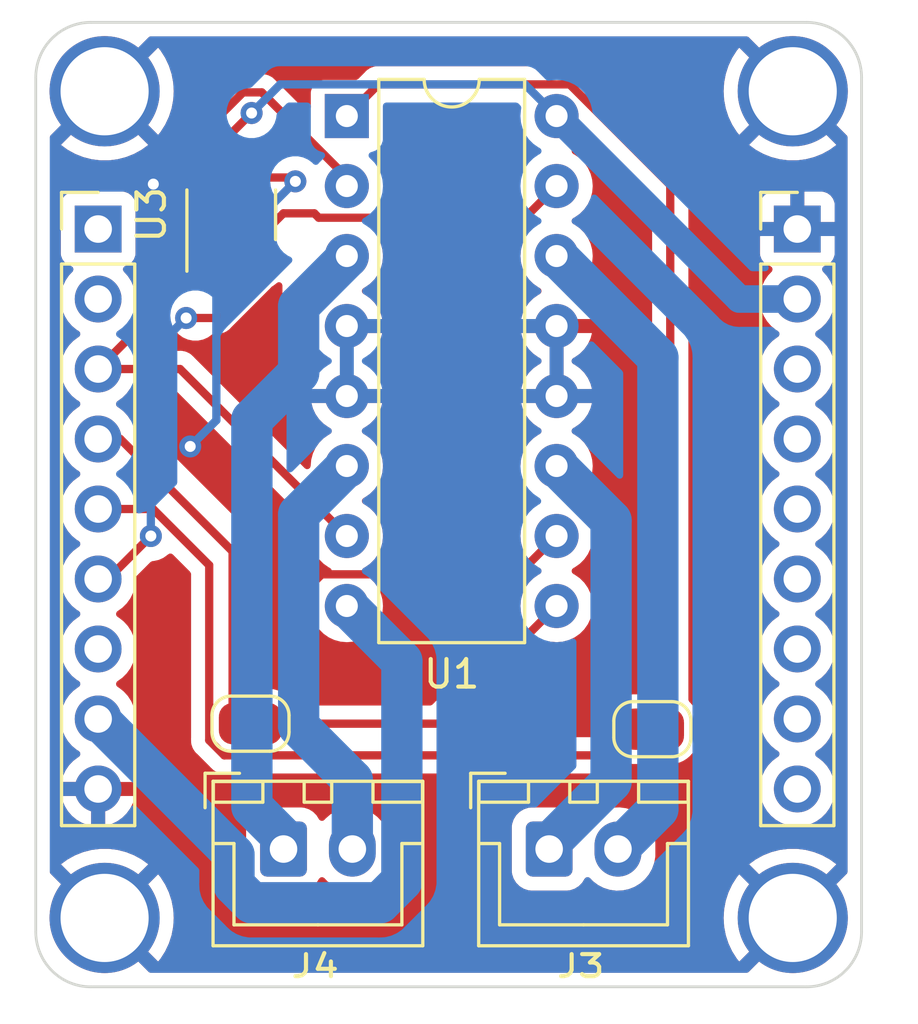
<source format=kicad_pcb>
(kicad_pcb (version 20211014) (generator pcbnew)
  (layers (0 "F.Cu" signal) (31 "B.Cu" signal) (34 "B.Paste" user) (35 "F.Paste" user) (36 "B.SilkS" user "B.Silkscreen") (37 "F.SilkS" user "F.Silkscreen") (38 "B.Mask" user) (39 "F.Mask" user) (44 "Edge.Cuts" user))
  (net 0 "")
  (net 1 "SDA")
  (net 2 "SCL")
  (net 3 "A")
  (net 4 "B")
  (net 5 "C")
  (net 6 "D")
  (net 7 "E")
  (net 8 "Vin")
  (net 9 "GND")
  (net 10 "3.3V")
  (net 11 "RX")
  (net 12 "TX")
  (net 13 "RST")
  (net 14 "F")
  (net 15 "SCLK")
  (net 16 "MISO")
  (net 17 "MOSI")
  (net 18 "Net-(JP1-Pad1)")
  (net 19 "Net-(JP2-Pad1)")
  (net 20 "Net-(J3-Pad1)")
  (net 21 "Net-(J3-Pad2)")
  (net 22 "Net-(J4-Pad1)")
  (net 23 "Net-(J4-Pad2)")
  (net 24 "Net-(U1-Pad2)")
  (net 25 "Net-(U1-Pad10)")
  (footprint "MountingHole:MountingHole_3.2mm_M3_ISO14580_Pad" (layer "F.Cu") (at 77.5 102.5)
    (fp_text reference "REF**" hide)
    (fp_text value "MountingHole_3.2mm_M3_ISO14580_Pad" hide)
    (pad "1" thru_hole circle (at 0 0) (size 4 4) (drill 3.2) (layers *.Cu *.Mask) (net 9 "GND"))
  )
  (footprint "Jumper:SolderJumper-2_P1.3mm_Open_RoundedPad1.0x1.5mm" (layer "F.Cu") (at 72.4 125.65 180)
    (fp_text reference "JP1" hide)
    (fp_text value "SolderJumper_2_Open" hide)
    (fp_line (start 0.7 1) (end -0.7 1) (layer "F.SilkS") (width 0.12))
    (fp_line (start 1.4 -0.3) (end 1.4 0.3) (layer "F.SilkS") (width 0.12))
    (fp_line (start -1.4 0.3) (end -1.4 -0.3) (layer "F.SilkS") (width 0.12))
    (fp_line (start -0.7 -1) (end 0.7 -1) (layer "F.SilkS") (width 0.12))
    (fp_arc (start -1.4 -0.3) (mid -1.194975 -0.794975) (end -0.7 -1) (layer "F.SilkS") (width 0.12))
    (fp_arc (start -0.7 1) (mid -1.194975 0.794975) (end -1.4 0.3) (layer "F.SilkS") (width 0.12))
    (fp_arc (start 1.4 0.3) (mid 1.194975 0.794975) (end 0.7 1) (layer "F.SilkS") (width 0.12))
    (fp_arc (start 0.7 -1) (mid 1.194975 -0.794975) (end 1.4 -0.3) (layer "F.SilkS") (width 0.12))
    (pad "1" smd custom (at -0.65 0 180) (size 1 0.5) (layers "F.Cu" "F.Mask") (net 18 "Net-(JP1-Pad1)") (options (clearance outline) (anchor rect)) (primitives (gr_circle (center 0 0.25) (end 0.5 0.25) (width 0) (fill yes)) (gr_circle (center 0 -0.25) (end 0.5 -0.25) (width 0) (fill yes)) (gr_poly (pts (xy 0.5 0.75) (xy 0 0.75) (xy 0 -0.75) (xy 0.5 -0.75)) (width 0) (fill yes))))
    (pad "2" smd custom (at 0.65 0 180) (size 1 0.5) (layers "F.Cu" "F.Mask") (net 3 "A") (options (clearance outline) (anchor rect)) (primitives (gr_circle (center 0 0.25) (end 0.5 0.25) (width 0) (fill yes)) (gr_circle (center 0 -0.25) (end 0.5 -0.25) (width 0) (fill yes)) (gr_poly (pts (xy 0 0.75) (xy -0.5 0.75) (xy -0.5 -0.75) (xy 0 -0.75)) (width 0) (fill yes))))
  )
  (footprint "MountingHole:MountingHole_3.2mm_M3_ISO14580_Pad" (layer "F.Cu") (at 52.5 102.5)
    (fp_text reference "REF**" hide)
    (fp_text value "MountingHole_3.2mm_M3_ISO14580_Pad" hide)
    (pad "2" thru_hole circle (at 0 0) (size 4 4) (drill 3.2) (layers *.Cu *.Mask) (net 9 "GND"))
  )
  (footprint "Connector_JST:JST_XH_B2B-XH-A_1x02_P2.50mm_Vertical" (layer "F.Cu") (at 59 130)
    (fp_text reference "J4" (at 1.15 4.25) (layer "F.SilkS") (effects (font (size 0.8 1))))
    (fp_text value "Conn_01x02_Female" hide)
    (fp_line (start 4.3 2.75) (end 1.25 2.75) (layer "F.SilkS") (width 0.12))
    (fp_line (start 4.3 -0.2) (end 4.3 2.75) (layer "F.SilkS") (width 0.12))
    (fp_line (start -1.6 -2.75) (end -2.85 -2.75) (layer "F.SilkS") (width 0.12))
    (fp_line (start 1.75 -2.45) (end 0.75 -2.45) (layer "F.SilkS") (width 0.12))
    (fp_line (start -2.56 -2.46) (end -2.56 3.51) (layer "F.SilkS") (width 0.12))
    (fp_line (start -2.55 -1.7) (end -0.75 -1.7) (layer "F.SilkS") (width 0.12))
    (fp_line (start -1.8 2.75) (end 1.25 2.75) (layer "F.SilkS") (width 0.12))
    (fp_line (start -1.8 -0.2) (end -1.8 2.75) (layer "F.SilkS") (width 0.12))
    (fp_line (start 0.75 -1.7) (end 1.75 -1.7) (layer "F.SilkS") (width 0.12))
    (fp_line (start -0.75 -2.45) (end -2.55 -2.45) (layer "F.SilkS") (width 0.12))
    (fp_line (start 5.05 -0.2) (end 4.3 -0.2) (layer "F.SilkS") (width 0.12))
    (fp_line (start -0.75 -1.7) (end -0.75 -2.45) (layer "F.SilkS") (width 0.12))
    (fp_line (start 3.25 -2.45) (end 3.25 -1.7) (layer "F.SilkS") (width 0.12))
    (fp_line (start -2.55 -2.45) (end -2.55 -1.7) (layer "F.SilkS") (width 0.12))
    (fp_line (start -2.85 -2.75) (end -2.85 -1.5) (layer "F.SilkS") (width 0.12))
    (fp_line (start -2.56 3.51) (end 5.06 3.51) (layer "F.SilkS") (width 0.12))
    (fp_line (start 5.05 -1.7) (end 5.05 -2.45) (layer "F.SilkS") (width 0.12))
    (fp_line (start -2.55 -0.2) (end -1.8 -0.2) (layer "F.SilkS") (width 0.12))
    (fp_line (start 5.06 3.51) (end 5.06 -2.46) (layer "F.SilkS") (width 0.12))
    (fp_line (start 3.25 -1.7) (end 5.05 -1.7) (layer "F.SilkS") (width 0.12))
    (fp_line (start 5.06 -2.46) (end -2.56 -2.46) (layer "F.SilkS") (width 0.12))
    (fp_line (start 1.75 -1.7) (end 1.75 -2.45) (layer "F.SilkS") (width 0.12))
    (fp_line (start 5.05 -2.45) (end 3.25 -2.45) (layer "F.SilkS") (width 0.12))
    (fp_line (start 0.75 -2.45) (end 0.75 -1.7) (layer "F.SilkS") (width 0.12))
    (pad "1" thru_hole roundrect (at 0 0) (size 1.7 2) (drill 1) (layers *.Cu *.Mask) (roundrect_rratio 0.1470588235) (net 22 "Net-(J4-Pad1)"))
    (pad "2" thru_hole oval (at 2.5 0) (size 1.7 2) (drill 1) (layers *.Cu *.Mask) (net 23 "Net-(J4-Pad2)"))
  )
  (footprint "Package_TO_SOT_SMD:SOT-23-6_Handsoldering" (layer "F.Cu") (at 57.1 106.98 90)
    (fp_text reference "U3" (at 0 -2.9 90) (layer "F.SilkS"))
    (fp_text value "SN74LVC2GU04DBVR")
    (fp_line (start 0.9 -1.61) (end -2.05 -1.61) (layer "F.SilkS") (width 0.12))
    (fp_line (start -0.9 1.61) (end 0.9 1.61) (layer "F.SilkS") (width 0.12))
    (pad "1" smd rect (at -1.35 -0.95 90) (size 1.56 0.65) (layers "F.Cu" "F.Paste" "F.Mask") (net 7 "E"))
    (pad "2" smd rect (at -1.35 0 90) (size 1.56 0.65) (layers "F.Cu" "F.Paste" "F.Mask") (net 9 "GND"))
    (pad "3" smd rect (at -1.35 0.95 90) (size 1.56 0.65) (layers "F.Cu" "F.Paste" "F.Mask") (net 4 "B"))
    (pad "4" smd rect (at 1.35 0.95 90) (size 1.56 0.65) (layers "F.Cu" "F.Paste" "F.Mask") (net 25 "Net-(U1-Pad10)"))
    (pad "5" smd rect (at 1.35 0 90) (size 1.56 0.65) (layers "F.Cu" "F.Paste" "F.Mask") (net 10 "3.3V"))
    (pad "6" smd rect (at 1.35 -0.95 90) (size 1.56 0.65) (layers "F.Cu" "F.Paste" "F.Mask") (net 24 "Net-(U1-Pad2)"))
  )
  (footprint "Package_DIP:DIP-16_W7.62mm" (layer "F.Cu") (at 61.3 103.4)
    (fp_text reference "U1" (at 3.81 20.25) (layer "F.SilkS"))
    (fp_text value "L293D" hide)
    (fp_line (start 2.81 -1.33) (end 1.16 -1.33) (layer "F.SilkS") (width 0.12))
    (fp_line (start 1.16 19.11) (end 6.46 19.11) (layer "F.SilkS") (width 0.12))
    (fp_line (start 6.46 19.11) (end 6.46 -1.33) (layer "F.SilkS") (width 0.12))
    (fp_line (start 6.46 -1.33) (end 4.81 -1.33) (layer "F.SilkS") (width 0.12))
    (fp_line (start 1.16 -1.33) (end 1.16 19.11) (layer "F.SilkS") (width 0.12))
    (fp_arc (start 4.81 -1.33) (mid 3.81 -0.33) (end 2.81 -1.33) (layer "F.SilkS") (width 0.12))
    (pad "1" thru_hole rect (at 0 0) (size 1.6 1.6) (drill 0.8) (layers *.Cu *.Mask) (net 18 "Net-(JP1-Pad1)"))
    (pad "2" thru_hole oval (at 0 2.54) (size 1.6 1.6) (drill 0.8) (layers *.Cu *.Mask) (net 24 "Net-(U1-Pad2)"))
    (pad "3" thru_hole oval (at 0 5.08) (size 1.6 1.6) (drill 0.8) (layers *.Cu *.Mask) (net 22 "Net-(J4-Pad1)"))
    (pad "4" thru_hole oval (at 0 7.62) (size 1.6 1.6) (drill 0.8) (layers *.Cu *.Mask) (net 9 "GND"))
    (pad "5" thru_hole oval (at 0 10.16) (size 1.6 1.6) (drill 0.8) (layers *.Cu *.Mask) (net 9 "GND"))
    (pad "6" thru_hole oval (at 0 12.7) (size 1.6 1.6) (drill 0.8) (layers *.Cu *.Mask) (net 23 "Net-(J4-Pad2)"))
    (pad "7" thru_hole oval (at 0 15.24) (size 1.6 1.6) (drill 0.8) (layers *.Cu *.Mask) (net 7 "E"))
    (pad "8" thru_hole oval (at 0 17.78) (size 1.6 1.6) (drill 0.8) (layers *.Cu *.Mask) (net 8 "Vin"))
    (pad "9" thru_hole oval (at 7.62 17.78) (size 1.6 1.6) (drill 0.8) (layers *.Cu *.Mask) (net 19 "Net-(JP2-Pad1)"))
    (pad "10" thru_hole oval (at 7.62 15.24) (size 1.6 1.6) (drill 0.8) (layers *.Cu *.Mask) (net 25 "Net-(U1-Pad10)"))
    (pad "11" thru_hole oval (at 7.62 12.7) (size 1.6 1.6) (drill 0.8) (layers *.Cu *.Mask) (net 20 "Net-(J3-Pad1)"))
    (pad "12" thru_hole oval (at 7.62 10.16) (size 1.6 1.6) (drill 0.8) (layers *.Cu *.Mask) (net 9 "GND"))
    (pad "13" thru_hole oval (at 7.62 7.62) (size 1.6 1.6) (drill 0.8) (layers *.Cu *.Mask) (net 9 "GND"))
    (pad "14" thru_hole oval (at 7.62 5.08) (size 1.6 1.6) (drill 0.8) (layers *.Cu *.Mask) (net 21 "Net-(J3-Pad2)"))
    (pad "15" thru_hole oval (at 7.62 2.54) (size 1.6 1.6) (drill 0.8) (layers *.Cu *.Mask) (net 4 "B"))
    (pad "16" thru_hole oval (at 7.62 0) (size 1.6 1.6) (drill 0.8) (layers *.Cu *.Mask) (net 10 "3.3V"))
  )
  (footprint "Jumper:SolderJumper-2_P1.3mm_Open_RoundedPad1.0x1.5mm" (layer "F.Cu") (at 57.8 125.45 180)
    (fp_text reference "JP2" hide)
    (fp_text value "SolderJumper_2_Open" hide)
    (fp_line (start 0.7 1) (end -0.7 1) (layer "F.SilkS") (width 0.12))
    (fp_line (start -1.4 0.3) (end -1.4 -0.3) (layer "F.SilkS") (width 0.12))
    (fp_line (start 1.4 -0.3) (end 1.4 0.3) (layer "F.SilkS") (width 0.12))
    (fp_line (start -0.7 -1) (end 0.7 -1) (layer "F.SilkS") (width 0.12))
    (fp_arc (start 0.7 -1) (mid 1.194975 -0.794975) (end 1.4 -0.3) (layer "F.SilkS") (width 0.12))
    (fp_arc (start -0.7 1) (mid -1.194975 0.794975) (end -1.4 0.3) (layer "F.SilkS") (width 0.12))
    (fp_arc (start 1.4 0.3) (mid 1.194975 0.794975) (end 0.7 1) (layer "F.SilkS") (width 0.12))
    (fp_arc (start -1.4 -0.3) (mid -1.194975 -0.794975) (end -0.7 -1) (layer "F.SilkS") (width 0.12))
    (pad "1" smd custom (at -0.65 0 180) (size 1 0.5) (layers "F.Cu" "F.Mask") (net 19 "Net-(JP2-Pad1)") (options (clearance outline) (anchor rect)) (primitives (gr_circle (center 0 0.25) (end 0.5 0.25) (width 0) (fill yes)) (gr_circle (center 0 -0.25) (end 0.5 -0.25) (width 0) (fill yes)) (gr_poly (pts (xy 0.5 0.75) (xy 0 0.75) (xy 0 -0.75) (xy 0.5 -0.75)) (width 0) (fill yes))))
    (pad "2" smd custom (at 0.65 0 180) (size 1 0.5) (layers "F.Cu" "F.Mask") (net 6 "D") (options (clearance outline) (anchor rect)) (primitives (gr_circle (center 0 0.25) (end 0.5 0.25) (width 0) (fill yes)) (gr_circle (center 0 -0.25) (end 0.5 -0.25) (width 0) (fill yes)) (gr_poly (pts (xy 0 0.75) (xy -0.5 0.75) (xy -0.5 -0.75) (xy 0 -0.75)) (width 0) (fill yes))))
  )
  (footprint "MountingHole:MountingHole_3.2mm_M3_ISO14580_Pad" (layer "F.Cu") (at 52.5 132.5)
    (fp_text reference "REF**" hide)
    (fp_text value "MountingHole_3.2mm_M3_ISO14580_Pad" hide)
    (pad "3" thru_hole circle (at 0 0) (size 4 4) (drill 3.2) (layers *.Cu *.Mask) (net 9 "GND"))
  )
  (footprint "Connector_JST:JST_XH_B2B-XH-A_1x02_P2.50mm_Vertical" (layer "F.Cu") (at 68.65 130)
    (fp_text reference "J3" (at 1.15 4.25) (layer "F.SilkS") (effects (font (size 0.8 1))))
    (fp_text value "Conn_01x02_Female" hide)
    (fp_line (start -2.56 -2.46) (end -2.56 3.51) (layer "F.SilkS") (width 0.12))
    (fp_line (start -1.8 -0.2) (end -1.8 2.75) (layer "F.SilkS") (width 0.12))
    (fp_line (start 3.25 -2.45) (end 3.25 -1.7) (layer "F.SilkS") (width 0.12))
    (fp_line (start 5.05 -1.7) (end 5.05 -2.45) (layer "F.SilkS") (width 0.12))
    (fp_line (start 5.05 -2.45) (end 3.25 -2.45) (layer "F.SilkS") (width 0.12))
    (fp_line (start -2.55 -0.2) (end -1.8 -0.2) (layer "F.SilkS") (width 0.12))
    (fp_line (start 1.75 -1.7) (end 1.75 -2.45) (layer "F.SilkS") (width 0.12))
    (fp_line (start 5.05 -0.2) (end 4.3 -0.2) (layer "F.SilkS") (width 0.12))
    (fp_line (start -0.75 -1.7) (end -0.75 -2.45) (layer "F.SilkS") (width 0.12))
    (fp_line (start 4.3 -0.2) (end 4.3 2.75) (layer "F.SilkS") (width 0.12))
    (fp_line (start 3.25 -1.7) (end 5.05 -1.7) (layer "F.SilkS") (width 0.12))
    (fp_line (start 5.06 3.51) (end 5.06 -2.46) (layer "F.SilkS") (width 0.12))
    (fp_line (start 5.06 -2.46) (end -2.56 -2.46) (layer "F.SilkS") (width 0.12))
    (fp_line (start -0.75 -2.45) (end -2.55 -2.45) (layer "F.SilkS") (width 0.12))
    (fp_line (start 0.75 -1.7) (end 1.75 -1.7) (layer "F.SilkS") (width 0.12))
    (fp_line (start 1.75 -2.45) (end 0.75 -2.45) (layer "F.SilkS") (width 0.12))
    (fp_line (start -2.55 -2.45) (end -2.55 -1.7) (layer "F.SilkS") (width 0.12))
    (fp_line (start -2.85 -2.75) (end -2.85 -1.5) (layer "F.SilkS") (width 0.12))
    (fp_line (start -2.56 3.51) (end 5.06 3.51) (layer "F.SilkS") (width 0.12))
    (fp_line (start 4.3 2.75) (end 1.25 2.75) (layer "F.SilkS") (width 0.12))
    (fp_line (start -1.6 -2.75) (end -2.85 -2.75) (layer "F.SilkS") (width 0.12))
    (fp_line (start -1.8 2.75) (end 1.25 2.75) (layer "F.SilkS") (width 0.12))
    (fp_line (start -2.55 -1.7) (end -0.75 -1.7) (layer "F.SilkS") (width 0.12))
    (fp_line (start 0.75 -2.45) (end 0.75 -1.7) (layer "F.SilkS") (width 0.12))
    (pad "1" thru_hole roundrect (at 0 0) (size 1.7 2) (drill 1) (layers *.Cu *.Mask) (roundrect_rratio 0.1470588235) (net 20 "Net-(J3-Pad1)"))
    (pad "2" thru_hole oval (at 2.5 0) (size 1.7 2) (drill 1) (layers *.Cu *.Mask) (net 21 "Net-(J3-Pad2)"))
  )
  (footprint "Connector_PinHeader_2.54mm:PinHeader_1x09_P2.54mm_Vertical" (layer "F.Cu") (at 77.665719 107.5)
    (fp_text reference "J2" hide)
    (fp_text value "Conn_01x08_Male" hide)
    (fp_line (start -1.33 1.27) (end 1.33 1.27) (layer "F.SilkS") (width 0.12))
    (fp_line (start -1.33 0) (end -1.33 -1.33) (layer "F.SilkS") (width 0.12))
    (fp_line (start -1.33 1.27) (end -1.33 21.65) (layer "F.SilkS") (width 0.12))
    (fp_line (start -1.33 -1.33) (end 0 -1.33) (layer "F.SilkS") (width 0.12))
    (fp_line (start 1.33 1.27) (end 1.33 21.65) (layer "F.SilkS") (width 0.12))
    (fp_line (start -1.33 21.65) (end 1.33 21.65) (layer "F.SilkS") (width 0.12))
    (pad "1" thru_hole rect (at 0 0) (size 1.7 1.7) (drill 1) (layers *.Cu *.Mask) (net 9 "GND"))
    (pad "2" thru_hole oval (at 0 2.54) (size 1.7 1.7) (drill 1) (layers *.Cu *.Mask) (net 10 "3.3V"))
    (pad "3" thru_hole oval (at 0 5.08) (size 1.7 1.7) (drill 1) (layers *.Cu *.Mask) (net 12 "TX"))
    (pad "4" thru_hole oval (at 0 7.62) (size 1.7 1.7) (drill 1) (layers *.Cu *.Mask) (net 11 "RX"))
    (pad "5" thru_hole oval (at 0 10.16) (size 1.7 1.7) (drill 1) (layers *.Cu *.Mask) (net 13 "RST"))
    (pad "6" thru_hole oval (at 0 12.7) (size 1.7 1.7) (drill 1) (layers *.Cu *.Mask) (net 14 "F"))
    (pad "7" thru_hole oval (at 0 15.24) (size 1.7 1.7) (drill 1) (layers *.Cu *.Mask) (net 15 "SCLK"))
    (pad "8" thru_hole oval (at 0 17.78) (size 1.7 1.7) (drill 1) (layers *.Cu *.Mask) (net 17 "MOSI"))
    (pad "9" thru_hole oval (at 0 20.32) (size 1.7 1.7) (drill 1) (layers *.Cu *.Mask) (net 16 "MISO"))
  )
  (footprint "MountingHole:MountingHole_3.2mm_M3_ISO14580_Pad" (layer "F.Cu") (at 77.5 132.5)
    (fp_text reference "REF**" hide)
    (fp_text value "MountingHole_3.2mm_M3_ISO14580_Pad" hide)
    (pad "4" thru_hole circle (at 0 0) (size 4 4) (drill 3.2) (layers *.Cu *.Mask) (net 9 "GND"))
  )
  (footprint "Connector_PinHeader_2.54mm:PinHeader_1x09_P2.54mm_Vertical" (layer "F.Cu") (at 52.265719 107.5)
    (fp_text reference "J1" hide)
    (fp_text value "Conn_01x08_Male" hide)
    (fp_line (start 1.33 1.27) (end 1.33 21.65) (layer "F.SilkS") (width 0.12))
    (fp_line (start -1.33 1.27) (end 1.33 1.27) (layer "F.SilkS") (width 0.12))
    (fp_line (start -1.33 21.65) (end 1.33 21.65) (layer "F.SilkS") (width 0.12))
    (fp_line (start -1.33 -1.33) (end 0 -1.33) (layer "F.SilkS") (width 0.12))
    (fp_line (start -1.33 0) (end -1.33 -1.33) (layer "F.SilkS") (width 0.12))
    (fp_line (start -1.33 1.27) (end -1.33 21.65) (layer "F.SilkS") (width 0.12))
    (pad "1" thru_hole rect (at 0 0) (size 1.7 1.7) (drill 1) (layers *.Cu *.Mask) (net 2 "SCL"))
    (pad "2" thru_hole oval (at 0 2.54) (size 1.7 1.7) (drill 1) (layers *.Cu *.Mask) (net 1 "SDA"))
    (pad "3" thru_hole oval (at 0 5.08) (size 1.7 1.7) (drill 1) (layers *.Cu *.Mask) (net 7 "E"))
    (pad "4" thru_hole oval (at 0 7.62) (size 1.7 1.7) (drill 1) (layers *.Cu *.Mask) (net 6 "D"))
    (pad "5" thru_hole oval (at 0 10.16) (size 1.7 1.7) (drill 1) (layers *.Cu *.Mask) (net 3 "A"))
    (pad "6" thru_hole oval (at 0 12.7) (size 1.7 1.7) (drill 1) (layers *.Cu *.Mask) (net 4 "B"))
    (pad "7" thru_hole oval (at 0 15.24) (size 1.7 1.7) (drill 1) (layers *.Cu *.Mask) (net 5 "C"))
    (pad "8" thru_hole oval (at 0 17.78) (size 1.7 1.7) (drill 1) (layers *.Cu *.Mask) (net 8 "Vin"))
    (pad "9" thru_hole oval (at 0 20.32) (size 1.7 1.7) (drill 1) (layers *.Cu *.Mask) (net 9 "GND"))
  )
  (gr_line (start 50 102) (end 50 133) (layer "Edge.Cuts") (width 0.1))
  (gr_arc (start 50 102) (mid 50.585786 100.585786) (end 52 100) (layer "Edge.Cuts") (width 0.1))
  (gr_arc (start 78 100) (mid 79.414214 100.585786) (end 80 102) (layer "Edge.Cuts") (width 0.1))
  (gr_arc (start 80 133) (mid 79.414214 134.414214) (end 78 135) (layer "Edge.Cuts") (width 0.1))
  (gr_line (start 78 135) (end 52 135) (layer "Edge.Cuts") (width 0.1))
  (gr_line (start 80 102) (end 80 133) (layer "Edge.Cuts") (width 0.1))
  (gr_line (start 52 100) (end 78 100) (layer "Edge.Cuts") (width 0.1))
  (gr_arc (start 52 135) (mid 50.585786 134.414214) (end 50 133) (layer "Edge.Cuts") (width 0.1))
  (segment (start 70.8 126.6) (end 71.75 125.65) (width 0.3) (layer "F.Cu") (net 3))
  (segment (start 56.300489 126.05188) (end 56.848609 126.6) (width 0.3) (layer "F.Cu") (net 3))
  (segment (start 56.300489 119.700533) (end 56.300489 126.05188) (width 0.3) (layer "F.Cu") (net 3))
  (segment (start 52.265719 117.66) (end 54.259956 117.66) (width 0.3) (layer "F.Cu") (net 3))
  (segment (start 54.259956 117.66) (end 56.300489 119.700533) (width 0.3) (layer "F.Cu") (net 3))
  (segment (start 56.848609 126.6) (end 70.8 126.6) (width 0.3) (layer "F.Cu") (net 3))
  (segment (start 56.731725 110.728275) (end 55.462056 110.728275) (width 0.3) (layer "F.Cu") (net 4))
  (segment (start 58.05 108.33) (end 58.05 107.875) (width 0.3) (layer "F.Cu") (net 4))
  (segment (start 60.120455 106.930499) (end 60.279467 107.089511) (width 0.3) (layer "F.Cu") (net 4))
  (segment (start 58.05 108.33) (end 58.05 109.41) (width 0.3) (layer "F.Cu") (net 4))
  (segment (start 60.279467 107.089511) (end 67.770489 107.089511) (width 0.3) (layer "F.Cu") (net 4))
  (segment (start 58.994501 106.930499) (end 60.120455 106.930499) (width 0.3) (layer "F.Cu") (net 4))
  (segment (start 52.265719 120.2) (end 52.62 120.2) (width 0.3) (layer "F.Cu") (net 4))
  (segment (start 52.62 120.2) (end 54.18 118.64) (width 0.3) (layer "F.Cu") (net 4))
  (segment (start 58.05 107.875) (end 58.994501 106.930499) (width 0.3) (layer "F.Cu") (net 4))
  (segment (start 58.05 109.41) (end 56.731725 110.728275) (width 0.3) (layer "F.Cu") (net 4))
  (segment (start 67.770489 107.089511) (end 68.92 105.94) (width 0.3) (layer "F.Cu") (net 4))
  (via (at 55.462056 110.728275) (size 0.8) (drill 0.4) (layers "F.Cu" "B.Cu") (net 4))
  (via (at 54.18 118.64) (size 0.8) (drill 0.4) (layers "F.Cu" "B.Cu") (net 4))
  (segment (start 54.18 118.64) (end 54.18 112.010331) (width 0.3) (layer "B.Cu") (net 4))
  (segment (start 54.18 112.010331) (end 55.462056 110.728275) (width 0.3) (layer "B.Cu") (net 4))
  (segment (start 53.070044 115.12) (end 57.15 119.199956) (width 0.3) (layer "F.Cu") (net 6))
  (segment (start 52.265719 115.12) (end 53.070044 115.12) (width 0.3) (layer "F.Cu") (net 6))
  (segment (start 57.15 119.199956) (end 57.15 125.45) (width 0.3) (layer "F.Cu") (net 6))
  (segment (start 55.24 112.58) (end 61.3 118.64) (width 0.3) (layer "F.Cu") (net 7))
  (segment (start 56.15 108.695719) (end 56.15 108.33) (width 0.3) (layer "F.Cu") (net 7))
  (segment (start 52.265719 112.58) (end 56.15 108.695719) (width 0.3) (layer "F.Cu") (net 7))
  (segment (start 52.265719 112.58) (end 55.24 112.58) (width 0.3) (layer "F.Cu") (net 7))
  (segment (start 57.84952 131.94952) (end 62.50048 131.94952) (width 1.5) (layer "B.Cu") (net 8))
  (segment (start 63.29952 131.15048) (end 63.29952 123.17952) (width 1.5) (layer "B.Cu") (net 8))
  (segment (start 52.265719 125.28) (end 52.270613 125.28) (width 1.5) (layer "B.Cu") (net 8))
  (segment (start 52.270613 125.28) (end 57.20048 130.209867) (width 1.5) (layer "B.Cu") (net 8))
  (segment (start 57.20048 130.209867) (end 57.20048 131.30048) (width 1.5) (layer "B.Cu") (net 8))
  (segment (start 63.29952 123.17952) (end 61.3 121.18) (width 1.5) (layer "B.Cu") (net 8))
  (segment (start 57.20048 131.30048) (end 57.84952 131.94952) (width 1.5) (layer "B.Cu") (net 8))
  (segment (start 62.50048 131.94952) (end 63.29952 131.15048) (width 1.5) (layer "B.Cu") (net 8))
  (segment (start 57.1 108.33) (end 57.1 107.327185) (width 0.3) (layer "F.Cu") (net 9))
  (segment (start 56.550204 106.777389) (end 55.177389 106.777389) (width 0.3) (layer "F.Cu") (net 9))
  (segment (start 55.177389 106.777389) (end 54.27 105.87) (width 0.3) (layer "F.Cu") (net 9))
  (segment (start 57.1 107.327185) (end 56.550204 106.777389) (width 0.3) (layer "F.Cu") (net 9))
  (via (at 54.27 105.87) (size 0.8) (drill 0.4) (layers "F.Cu" "B.Cu") (net 9))
  (segment (start 57.1 105.63) (end 57.1 104.03) (width 0.3) (layer "F.Cu") (net 10))
  (segment (start 57.1 104.03) (end 57.84 103.29) (width 0.3) (layer "F.Cu") (net 10))
  (via (at 57.84 103.29) (size 0.8) (drill 0.4) (layers "F.Cu" "B.Cu") (net 10))
  (segment (start 58.879511 102.250489) (end 67.770489 102.250489) (width 0.3) (layer "B.Cu") (net 10))
  (segment (start 67.770489 102.250489) (end 68.92 103.4) (width 0.3) (layer "B.Cu") (net 10))
  (segment (start 77.665719 110.04) (end 75.56 110.04) (width 1) (layer "B.Cu") (net 10))
  (segment (start 57.84 103.29) (end 58.879511 102.250489) (width 0.3) (layer "B.Cu") (net 10))
  (segment (start 75.56 110.04) (end 68.92 103.4) (width 1) (layer "B.Cu") (net 10))
  (segment (start 61.3 103.4) (end 62.449511 102.250489) (width 0.3) (layer "F.Cu") (net 18))
  (segment (start 62.449511 102.250489) (end 69.396144 102.250489) (width 0.3) (layer "F.Cu") (net 18))
  (segment (start 69.396144 102.250489) (end 73.05 105.904345) (width 0.3) (layer "F.Cu") (net 18))
  (segment (start 73.05 105.904345) (end 73.05 125.65) (width 0.3) (layer "F.Cu") (net 18))
  (segment (start 64.65 125.45) (end 68.92 121.18) (width 0.3) (layer "F.Cu") (net 19))
  (segment (start 58.45 125.45) (end 64.65 125.45) (width 0.3) (layer "F.Cu") (net 19))
  (segment (start 68.92 116.1) (end 70.9 118.08) (width 1.5) (layer "B.Cu") (net 20))
  (segment (start 70.9 118.08) (end 70.9 127.555095) (width 1.5) (layer "B.Cu") (net 20))
  (segment (start 68.65 129.805095) (end 68.65 130) (width 1.5) (layer "B.Cu") (net 20))
  (segment (start 70.9 127.555095) (end 68.65 129.805095) (width 1.5) (layer "B.Cu") (net 20))
  (segment (start 72.599511 112.159511) (end 72.599511 128.550489) (width 1.5) (layer "B.Cu") (net 21))
  (segment (start 68.92 108.48) (end 72.599511 112.159511) (width 1.5) (layer "B.Cu") (net 21))
  (segment (start 72.599511 128.550489) (end 71.15 130) (width 1.5) (layer "B.Cu") (net 21))
  (segment (start 61.3 108.48) (end 61.3 108.545817) (width 1.5) (layer "B.Cu") (net 22))
  (segment (start 61.3 108.545817) (end 59.550489 110.295328) (width 1.5) (layer "B.Cu") (net 22))
  (segment (start 57.850978 128.456893) (end 59 129.605915) (width 1.5) (layer "B.Cu") (net 22))
  (segment (start 59 129.605915) (end 59 130) (width 1.5) (layer "B.Cu") (net 22))
  (segment (start 57.850978 114.417506) (end 57.850978 128.456893) (width 1.5) (layer "B.Cu") (net 22))
  (segment (start 59.550489 110.295328) (end 59.550489 112.717995) (width 1.5) (layer "B.Cu") (net 22))
  (segment (start 59.550489 112.717995) (end 57.850978 114.417506) (width 1.5) (layer "B.Cu") (net 22))
  (segment (start 61.5 127.5) (end 61.5 130) (width 1.5) (layer "B.Cu") (net 23))
  (segment (start 59.550489 117.849511) (end 59.550489 125.550489) (width 1.5) (layer "B.Cu") (net 23))
  (segment (start 59.550489 125.550489) (end 61.5 127.5) (width 1.5) (layer "B.Cu") (net 23))
  (segment (start 61.3 116.1) (end 59.550489 117.849511) (width 1.5) (layer "B.Cu") (net 23))
  (segment (start 61.3 105.630044) (end 61.3 105.94) (width 0.3) (layer "F.Cu") (net 24))
  (segment (start 56.15 105.63) (end 56.15 103.920044) (width 0.3) (layer "F.Cu") (net 24))
  (segment (start 58.210455 102.540499) (end 61.3 105.630044) (width 0.3) (layer "F.Cu") (net 24))
  (segment (start 56.15 103.920044) (end 57.529545 102.540499) (width 0.3) (layer "F.Cu") (net 24))
  (segment (start 57.529545 102.540499) (end 58.210455 102.540499) (width 0.3) (layer "F.Cu") (net 24))
  (segment (start 58.05 105.63) (end 59.29 105.63) (width 0.3) (layer "F.Cu") (net 25))
  (segment (start 67.529511 120.030489) (end 68.92 118.64) (width 0.3) (layer "F.Cu") (net 25))
  (segment (start 59.29 105.63) (end 59.43 105.77) (width 0.3) (layer "F.Cu") (net 25))
  (segment (start 60.250489 120.030489) (end 67.529511 120.030489) (width 0.3) (layer "F.Cu") (net 25))
  (segment (start 55.61 115.39) (end 60.250489 120.030489) (width 0.3) (layer "F.Cu") (net 25))
  (via (at 55.61 115.39) (size 0.8) (drill 0.4) (layers "F.Cu" "B.Cu") (net 25))
  (via (at 59.43 105.77) (size 0.8) (drill 0.4) (layers "F.Cu" "B.Cu") (net 25))
  (segment (start 56.56 108.64) (end 56.56 114.44) (width 0.3) (layer "B.Cu") (net 25))
  (segment (start 56.56 114.44) (end 55.61 115.39) (width 0.3) (layer "B.Cu") (net 25))
  (segment (start 59.43 105.77) (end 56.56 108.64) (width 0.3) (layer "B.Cu") (net 25))
  (zone (net 9) (net_name "GND") (layer "F.Cu") (connect_pads (clearance 0.508)) (min_thickness 0.254) (fill yes (thermal_gap 0.508) (thermal_bridge_width 0.508))
    (polygon (pts (xy 81.07 99.57) (xy 80.57 136.08) (xy 49.12 136) (xy 49.25 99.52) (xy 55.749023 99.535592) (xy 55.758855 99.483359) (xy 73.979832 99.407767) (xy 74.13 99.49)))
  )
  (zone (net 9) (net_name "GND") (layer "B.Cu") (connect_pads (clearance 0.508)) (min_thickness 0.254) (fill yes (thermal_gap 0.508) (thermal_bridge_width 0.508))
    (polygon (pts (xy 81.25 136.37) (xy 48.7 136.16) (xy 49.62 99.75) (xy 55.8 99.75) (xy 55.999616 99.845792) (xy 74.359616 100.165792) (xy 74.13 99.57) (xy 82.07 99.57)))
  )
)
</source>
